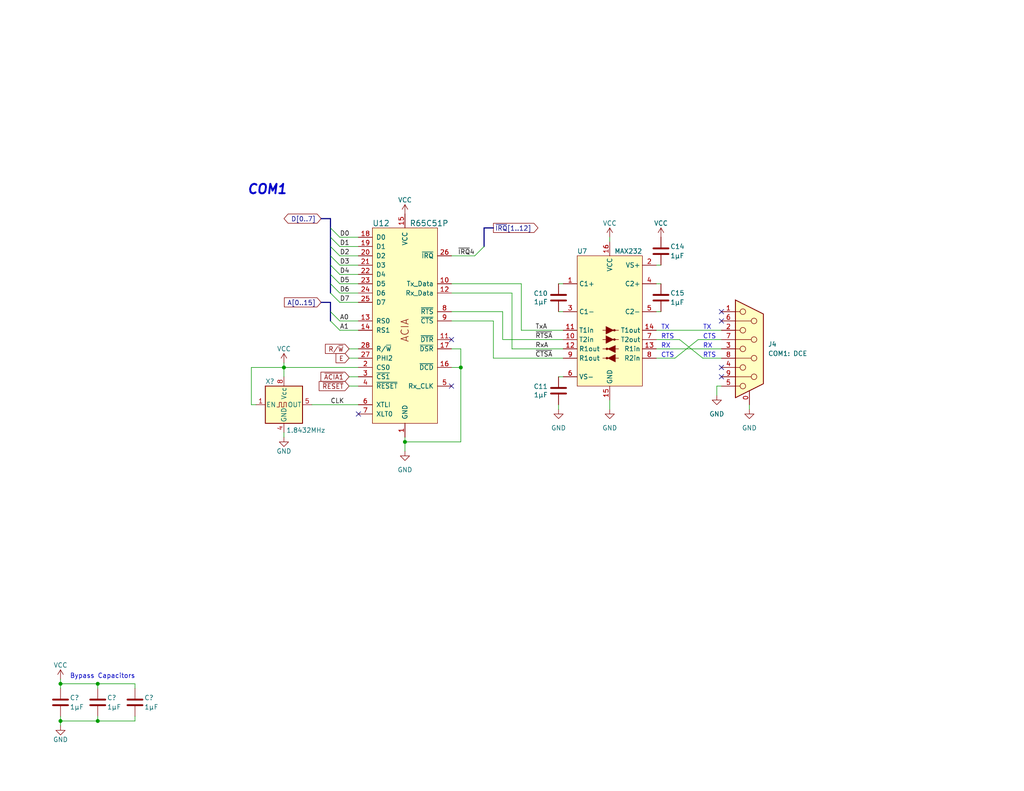
<source format=kicad_sch>
(kicad_sch (version 20230121) (generator eeschema)
  (paper "USLetter")
  (title_block (title "Asynchronous Communication Interface Adapter (ACIA)") (date "2024-02-18") (rev "1.0") (company "Frédéric Segard") (comment 1 "MicroHobbyist") (comment 2 "microhobbyist.com"))
  (lib_symbols
    (symbol "0_Library:MAX232"
      (property "Reference" "U" (at -7.62 0 0))
      (property "Value" "MAX232" (at 1.27 0 0))
      (symbol "MAX232_0_1"
        (rectangle (start -8.89 -1.27) (end 8.89 -36.83) (stroke (width 0.1524)) (fill (type background)))
        (circle (center -0.762 -29.21) (radius 0.254) (stroke (width 0.1524)) (fill (type outline)))
        (circle (center -0.762 -26.67) (radius 0.254) (stroke (width 0.1524)) (fill (type outline)))
        (polyline (pts (xy -1.016 -24.13) (xy -1.905 -24.13)) (stroke (width 0.1524)))
        (polyline (pts (xy -1.016 -21.59) (xy -1.905 -21.59)) (stroke (width 0.1524)))
        (polyline (pts (xy -0.508 -29.21) (xy -1.905 -29.21)) (stroke (width 0.1524)))
        (polyline (pts (xy -0.508 -26.67) (xy -1.905 -26.67)) (stroke (width 0.1524)))
        (polyline (pts (xy 1.016 -24.13) (xy 2.413 -24.13)) (stroke (width 0.1524)))
        (polyline (pts (xy 1.016 -21.59) (xy 2.413 -21.59)) (stroke (width 0.1524)))
        (polyline (pts (xy 1.524 -29.21) (xy 2.413 -29.21)) (stroke (width 0.1524)))
        (polyline (pts (xy 1.524 -26.67) (xy 2.413 -26.67)) (stroke (width 0.1524)))
        (polyline (pts (xy -1.016 -23.114) (xy 1.016 -24.13) (xy -1.016 -25.146) (xy -1.016 -23.114)) (stroke (width 0.1524)) (fill (type outline)))
        (polyline (pts (xy -1.016 -20.574) (xy -1.016 -22.606) (xy 1.016 -21.59) (xy -1.016 -20.574)) (stroke (width 0.1524)) (fill (type outline)))
        (polyline (pts (xy 1.524 -28.194) (xy 1.524 -30.226) (xy -0.508 -29.21) (xy 1.524 -28.194)) (stroke (width 0.1524)) (fill (type outline)))
        (polyline (pts (xy 1.524 -25.781) (xy 1.524 -27.686) (xy -0.508 -26.67) (xy 1.524 -25.781)) (stroke (width 0.1524)) (fill (type outline)))
        (circle (center 1.27 -24.13) (radius 0.254) (stroke (width 0.1524)) (fill (type outline)))
        (circle (center 1.27 -21.59) (radius 0.254) (stroke (width 0.1524)) (fill (type outline)))
      )
      (symbol "MAX232_1_1"
        (pin passive line (at -12.7 -8.89 0) (length 3.81) (name "C1+") (number "1"))
        (pin input line (at -12.7 -24.13 0) (length 3.81) (name "T2in") (number "10"))
        (pin input line (at -12.7 -21.59 0) (length 3.81) (name "T1in") (number "11"))
        (pin output line (at -12.7 -26.67 0) (length 3.81) (name "R1out") (number "12"))
        (pin input line (at 12.7 -26.67 180) (length 3.81) (name "R1in") (number "13"))
        (pin output line (at 12.7 -21.59 180) (length 3.81) (name "T1out") (number "14"))
        (pin power_in line (at 0 -40.64 90) (length 3.81) (name "GND") (number "15"))
        (pin power_in line (at 0 2.54 270) (length 3.81) (name "VCC") (number "16"))
        (pin power_out line (at 12.7 -3.81 180) (length 3.81) (name "VS+") (number "2"))
        (pin passive line (at -12.7 -16.51 0) (length 3.81) (name "C1-") (number "3"))
        (pin passive line (at 12.7 -8.89 180) (length 3.81) (name "C2+") (number "4"))
        (pin passive line (at 12.7 -16.51 180) (length 3.81) (name "C2-") (number "5"))
        (pin power_out line (at -12.7 -34.29 0) (length 3.81) (name "VS-") (number "6"))
        (pin output line (at 12.7 -24.13 180) (length 3.81) (name "T2out") (number "7"))
        (pin input line (at 12.7 -29.21 180) (length 3.81) (name "R2in") (number "8"))
        (pin output line (at -12.7 -29.21 0) (length 3.81) (name "R1out") (number "9"))
      )
    )
    (symbol "0_Library:R65C51" (pin_names (offset 1.016))
      (property "Reference" "U" (at -8.89 19.05 0))
      (property "Value" "R65C51P" (at 1.27 19.05 0))
      (symbol "R65C51_0_1"
        (rectangle (start -8.89 17.78) (end 8.89 -35.56) (fill (type background)))
      )
      (symbol "R65C51_1_0"
        (text "ACIA" (at 0 -10.16 900) (effects (font (size 2 2))))
      )
      (symbol "R65C51_1_1"
        (pin power_in line (at 0 -39.37 90) (length 3.81) (name "GND") (number "1"))
        (pin output line (at 12.7 2.54 180) (length 3.81) (name "Tx_Data") (number "10"))
        (pin output line (at 12.7 -12.7 180) (length 3.81) (name "~{DTR}") (number "11"))
        (pin input line (at 12.7 0 180) (length 3.81) (name "Rx_Data") (number "12"))
        (pin input line (at -12.7 -7.62 0) (length 3.81) (name "RS0") (number "13"))
        (pin input line (at -12.7 -10.16 0) (length 3.81) (name "RS1") (number "14"))
        (pin power_in line (at 0 21.59 270) (length 3.81) (name "VCC") (number "15"))
        (pin input line (at 12.7 -20.32 180) (length 3.81) (name "~{DCD}") (number "16"))
        (pin input line (at 12.7 -15.24 180) (length 3.81) (name "~{DSR}") (number "17"))
        (pin bidirectional line (at -12.7 15.24 0) (length 3.81) (name "D0") (number "18"))
        (pin bidirectional line (at -12.7 12.7 0) (length 3.81) (name "D1") (number "19"))
        (pin input line (at -12.7 -20.32 0) (length 3.81) (name "CS0") (number "2"))
        (pin bidirectional line (at -12.7 10.16 0) (length 3.81) (name "D2") (number "20"))
        (pin bidirectional line (at -12.7 7.62 0) (length 3.81) (name "D3") (number "21"))
        (pin bidirectional line (at -12.7 5.08 0) (length 3.81) (name "D4") (number "22"))
        (pin bidirectional line (at -12.7 2.54 0) (length 3.81) (name "D5") (number "23"))
        (pin bidirectional line (at -12.7 0 0) (length 3.81) (name "D6") (number "24"))
        (pin bidirectional line (at -12.7 -2.54 0) (length 3.81) (name "D7") (number "25"))
        (pin output line (at 12.7 10.16 180) (length 3.81) (name "~{IRQ}") (number "26"))
        (pin input line (at -12.7 -17.78 0) (length 3.81) (name "PHI2") (number "27"))
        (pin input line (at -12.7 -15.24 0) (length 3.81) (name "R/~{W}") (number "28"))
        (pin input line (at -12.7 -22.86 0) (length 3.81) (name "~{CS1}") (number "3"))
        (pin input line (at -12.7 -25.4 0) (length 3.81) (name "~{RESET}") (number "4"))
        (pin bidirectional line (at 12.7 -25.4 180) (length 3.81) (name "Rx_CLK") (number "5"))
        (pin input line (at -12.7 -30.48 0) (length 3.81) (name "XTLI") (number "6"))
        (pin input line (at -12.7 -33.02 0) (length 3.81) (name "XLT0") (number "7"))
        (pin output line (at 12.7 -5.08 180) (length 3.81) (name "~{RTS}") (number "8"))
        (pin input line (at 12.7 -7.62 180) (length 3.81) (name "~{CTS}") (number "9"))
      )
    )
    (symbol "Connector:DE9_Receptacle_MountingHoles" (pin_names (offset 1.016) hide)
      (property "Reference" "J" (at 0 16.51 0))
      (property "Value" "DE9_Receptacle_MountingHoles" (at 0 14.605 0))
      (symbol "DE9_Receptacle_MountingHoles_0_1"
        (circle (center -1.778 -10.16) (radius 0.762))
        (circle (center -1.778 -5.08) (radius 0.762))
        (circle (center -1.778 0) (radius 0.762))
        (circle (center -1.778 5.08) (radius 0.762))
        (circle (center -1.778 10.16) (radius 0.762))
        (polyline (pts (xy -3.81 -10.16) (xy -2.54 -10.16)))
        (polyline (pts (xy -3.81 -7.62) (xy 0.508 -7.62)))
        (polyline (pts (xy -3.81 -5.08) (xy -2.54 -5.08)))
        (polyline (pts (xy -3.81 -2.54) (xy 0.508 -2.54)))
        (polyline (pts (xy -3.81 0) (xy -2.54 0)))
        (polyline (pts (xy -3.81 2.54) (xy 0.508 2.54)))
        (polyline (pts (xy -3.81 5.08) (xy -2.54 5.08)))
        (polyline (pts (xy -3.81 7.62) (xy 0.508 7.62)))
        (polyline (pts (xy -3.81 10.16) (xy -2.54 10.16)))
        (polyline (pts (xy -3.81 13.335) (xy -3.81 -13.335) (xy 3.81 -9.525) (xy 3.81 9.525) (xy -3.81 13.335)) (stroke (width 0.254)) (fill (type background)))
        (circle (center 1.27 -7.62) (radius 0.762))
        (circle (center 1.27 -2.54) (radius 0.762))
        (circle (center 1.27 2.54) (radius 0.762))
        (circle (center 1.27 7.62) (radius 0.762))
      )
      (symbol "DE9_Receptacle_MountingHoles_1_1"
        (pin passive line (at 0 -15.24 90) (length 3.81) (name "PAD") (number "0"))
        (pin passive line (at -7.62 10.16 0) (length 3.81) (name "1") (number "1"))
        (pin passive line (at -7.62 5.08 0) (length 3.81) (name "2") (number "2"))
        (pin passive line (at -7.62 0 0) (length 3.81) (name "3") (number "3"))
        (pin passive line (at -7.62 -5.08 0) (length 3.81) (name "4") (number "4"))
        (pin passive line (at -7.62 -10.16 0) (length 3.81) (name "5") (number "5"))
        (pin passive line (at -7.62 7.62 0) (length 3.81) (name "6") (number "6"))
        (pin passive line (at -7.62 2.54 0) (length 3.81) (name "7") (number "7"))
        (pin passive line (at -7.62 -2.54 0) (length 3.81) (name "8") (number "8"))
        (pin passive line (at -7.62 -7.62 0) (length 3.81) (name "9") (number "9"))
      )
    )
    (symbol "Device:C" (pin_numbers hide) (pin_names (offset 0.254))
      (property "Reference" "C" (at 0.635 2.54 0))
      (property "Value" "C" (at 0.635 -2.54 0))
      (symbol "C_0_1"
        (polyline (pts (xy -2.032 -0.762) (xy 2.032 -0.762)) (stroke (width 0.508)))
        (polyline (pts (xy -2.032 0.762) (xy 2.032 0.762)) (stroke (width 0.508)))
      )
      (symbol "C_1_1"
        (pin passive line (at 0 3.81 270) (length 2.794) (name "~") (number "1"))
        (pin passive line (at 0 -3.81 90) (length 2.794) (name "~") (number "2"))
      )
    )
    (symbol "GND_1" (power) (pin_names (offset 0))
      (property "Value" "GND_1" (at 0 -3.81 0))
      (symbol "GND_1_0_1"
        (polyline (pts (xy 0 0) (xy 0 -1.27) (xy 1.27 -1.27) (xy 0 -2.54) (xy -1.27 -1.27) (xy 0 -1.27)))
      )
      (symbol "GND_1_1_1"
        (pin power_in line (at 0 0 270) (length 0) hide (name "GND") (number "1"))
      )
    )
    (symbol "Oscillator:CXO_DIP8" (pin_names (offset 0.254))
      (property "Reference" "X" (at -5.08 6.35 0))
      (property "Value" "CXO_DIP8" (at 1.27 -6.35 0))
      (symbol "CXO_DIP8_0_1"
        (rectangle (start -5.08 5.08) (end 5.08 -5.08) (stroke (width 0.254)) (fill (type background)))
        (polyline (pts (xy -1.905 -0.635) (xy -1.27 -0.635) (xy -1.27 0.635) (xy -0.635 0.635) (xy -0.635 -0.635) (xy 0 -0.635) (xy 0 0.635) (xy 0.635 0.635) (xy 0.635 -0.635)))
      )
      (symbol "CXO_DIP8_1_1"
        (pin input line (at -7.62 0 0) (length 2.54) (name "EN") (number "1"))
        (pin power_in line (at 0 -7.62 90) (length 2.54) (name "GND") (number "4"))
        (pin output line (at 7.62 0 180) (length 2.54) (name "OUT") (number "5"))
        (pin power_in line (at 0 7.62 270) (length 2.54) (name "Vcc") (number "8"))
      )
    )
    (symbol "power:GND" (power) (pin_names (offset 0))
      (property "Value" "GND" (at 0 -3.81 0))
      (symbol "GND_0_1"
        (polyline (pts (xy 0 0) (xy 0 -1.27) (xy 1.27 -1.27) (xy 0 -2.54) (xy -1.27 -1.27) (xy 0 -1.27)))
      )
      (symbol "GND_1_1"
        (pin power_in line (at 0 0 270) (length 0) hide (name "GND") (number "1"))
      )
    )
    (symbol "power:VCC" (power) (pin_names (offset 0))
      (property "Value" "VCC" (at 0 3.81 0))
      (symbol "VCC_0_1"
        (polyline (pts (xy -0.762 1.27) (xy 0 2.54)))
        (polyline (pts (xy 0 0) (xy 0 2.54)))
        (polyline (pts (xy 0 2.54) (xy 0.762 1.27)))
      )
      (symbol "VCC_1_1"
        (pin power_in line (at 0 0 90) (length 0) hide (name "VCC") (number "1"))
      )
    )
  )
  (junction (at 26.67 196.85))
  (junction (at 26.67 186.69))
  (junction (at 16.51 196.85))
  (junction (at 16.51 186.69))
  (junction (at 77.47 100.33))
  (junction (at 125.73 100.33))
  (junction (at 110.49 120.65))
  (no_connect (at 196.85 100.33))
  (no_connect (at 196.85 87.63))
  (no_connect (at 97.79 113.03))
  (no_connect (at 123.19 105.41))
  (no_connect (at 196.85 102.87))
  (no_connect (at 196.85 85.09))
  (no_connect (at 123.19 92.71))
  (bus_entry (at 90.17 77.47) (size 2.54 2.54))
  (bus_entry (at 129.54 69.85) (size 2.54 -2.54))
  (bus_entry (at 90.17 62.23) (size 2.54 2.54))
  (bus_entry (at 90.17 85.09) (size 2.54 2.54))
  (bus_entry (at 90.17 74.93) (size 2.54 2.54))
  (bus_entry (at 90.17 64.77) (size 2.54 2.54))
  (bus_entry (at 90.17 87.63) (size 2.54 2.54))
  (bus_entry (at 90.17 69.85) (size 2.54 2.54))
  (bus_entry (at 90.17 67.31) (size 2.54 2.54))
  (bus_entry (at 90.17 72.39) (size 2.54 2.54))
  (bus_entry (at 90.17 80.01) (size 2.54 2.54))
  (wire (pts (xy 77.47 100.33) (xy 97.79 100.33)))
  (wire (pts (xy 153.67 90.17) (xy 142.24 90.17)))
  (bus (pts (xy 87.63 59.69) (xy 90.17 59.69)))
  (wire (pts (xy 36.83 195.58) (xy 36.83 196.85)))
  (wire (pts (xy 196.85 97.79) (xy 191.77 97.79)))
  (wire (pts (xy 142.24 90.17) (xy 142.24 77.47)))
  (wire (pts (xy 26.67 195.58) (xy 26.67 196.85)))
  (wire (pts (xy 134.62 87.63) (xy 123.19 87.63)))
  (wire (pts (xy 123.19 100.33) (xy 125.73 100.33)))
  (wire (pts (xy 125.73 100.33) (xy 125.73 120.65)))
  (bus (pts (xy 90.17 77.47) (xy 90.17 74.93)))
  (wire (pts (xy 36.83 186.69) (xy 36.83 187.96)))
  (wire (pts (xy 16.51 186.69) (xy 16.51 187.96)))
  (bus (pts (xy 90.17 62.23) (xy 90.17 59.69)))
  (wire (pts (xy 85.09 110.49) (xy 97.79 110.49)))
  (wire (pts (xy 95.25 105.41) (xy 97.79 105.41)))
  (wire (pts (xy 123.19 77.47) (xy 142.24 77.47)))
  (wire (pts (xy 68.58 100.33) (xy 77.47 100.33)))
  (wire (pts (xy 184.15 97.79) (xy 190.5 92.71)))
  (wire (pts (xy 179.07 92.71) (xy 185.42 92.71)))
  (wire (pts (xy 16.51 185.42) (xy 16.51 186.69)))
  (wire (pts (xy 77.47 99.06) (xy 77.47 100.33)))
  (wire (pts (xy 16.51 186.69) (xy 26.67 186.69)))
  (wire (pts (xy 179.07 72.39) (xy 180.34 72.39)))
  (wire (pts (xy 166.37 111.76) (xy 166.37 109.22)))
  (bus (pts (xy 90.17 64.77) (xy 90.17 62.23)))
  (wire (pts (xy 179.07 97.79) (xy 184.15 97.79)))
  (bus (pts (xy 90.17 69.85) (xy 90.17 67.31)))
  (wire (pts (xy 152.4 85.09) (xy 153.67 85.09)))
  (bus (pts (xy 132.08 62.23) (xy 134.62 62.23)))
  (bus (pts (xy 87.63 82.55) (xy 90.17 82.55)))
  (wire (pts (xy 110.49 120.65) (xy 110.49 123.19)))
  (wire (pts (xy 95.25 97.79) (xy 97.79 97.79)))
  (bus (pts (xy 90.17 85.09) (xy 90.17 82.55)))
  (bus (pts (xy 90.17 67.31) (xy 90.17 64.77)))
  (wire (pts (xy 190.5 92.71) (xy 196.85 92.71)))
  (wire (pts (xy 153.67 97.79) (xy 134.62 97.79)))
  (wire (pts (xy 95.25 102.87) (xy 97.79 102.87)))
  (wire (pts (xy 137.16 92.71) (xy 137.16 85.09)))
  (wire (pts (xy 26.67 196.85) (xy 36.83 196.85)))
  (wire (pts (xy 179.07 90.17) (xy 196.85 90.17)))
  (bus (pts (xy 132.08 67.31) (xy 132.08 62.23)))
  (wire (pts (xy 204.47 110.49) (xy 204.47 111.76)))
  (wire (pts (xy 92.71 80.01) (xy 97.79 80.01)))
  (wire (pts (xy 92.71 82.55) (xy 97.79 82.55)))
  (wire (pts (xy 152.4 102.87) (xy 153.67 102.87)))
  (bus (pts (xy 90.17 72.39) (xy 90.17 69.85)))
  (wire (pts (xy 92.71 87.63) (xy 97.79 87.63)))
  (wire (pts (xy 179.07 77.47) (xy 180.34 77.47)))
  (wire (pts (xy 92.71 74.93) (xy 97.79 74.93)))
  (wire (pts (xy 125.73 100.33) (xy 125.73 95.25)))
  (wire (pts (xy 92.71 90.17) (xy 97.79 90.17)))
  (wire (pts (xy 26.67 186.69) (xy 26.67 187.96)))
  (bus (pts (xy 90.17 85.09) (xy 90.17 87.63)))
  (wire (pts (xy 153.67 95.25) (xy 139.7 95.25)))
  (wire (pts (xy 92.71 67.31) (xy 97.79 67.31)))
  (wire (pts (xy 152.4 110.49) (xy 152.4 111.76)))
  (bus (pts (xy 90.17 74.93) (xy 90.17 72.39)))
  (wire (pts (xy 191.77 97.79) (xy 185.42 92.71)))
  (wire (pts (xy 92.71 69.85) (xy 97.79 69.85)))
  (wire (pts (xy 196.85 105.41) (xy 195.58 105.41)))
  (wire (pts (xy 139.7 80.01) (xy 123.19 80.01)))
  (wire (pts (xy 179.07 85.09) (xy 180.34 85.09)))
  (wire (pts (xy 125.73 120.65) (xy 110.49 120.65)))
  (wire (pts (xy 26.67 186.69) (xy 36.83 186.69)))
  (wire (pts (xy 137.16 85.09) (xy 123.19 85.09)))
  (wire (pts (xy 16.51 196.85) (xy 26.67 196.85)))
  (wire (pts (xy 92.71 72.39) (xy 97.79 72.39)))
  (wire (pts (xy 95.25 95.25) (xy 97.79 95.25)))
  (wire (pts (xy 125.73 95.25) (xy 123.19 95.25)))
  (wire (pts (xy 69.85 110.49) (xy 68.58 110.49)))
  (wire (pts (xy 16.51 196.85) (xy 16.51 198.12)))
  (wire (pts (xy 16.51 195.58) (xy 16.51 196.85)))
  (wire (pts (xy 77.47 119.38) (xy 77.47 118.11)))
  (wire (pts (xy 166.37 64.77) (xy 166.37 66.04)))
  (wire (pts (xy 179.07 95.25) (xy 196.85 95.25)))
  (wire (pts (xy 77.47 100.33) (xy 77.47 102.87)))
  (wire (pts (xy 152.4 77.47) (xy 153.67 77.47)))
  (bus (pts (xy 90.17 80.01) (xy 90.17 77.47)))
  (wire (pts (xy 139.7 95.25) (xy 139.7 80.01)))
  (wire (pts (xy 68.58 110.49) (xy 68.58 100.33)))
  (wire (pts (xy 195.58 105.41) (xy 195.58 107.95)))
  (wire (pts (xy 123.19 69.85) (xy 129.54 69.85)))
  (wire (pts (xy 134.62 97.79) (xy 134.62 87.63)))
  (wire (pts (xy 92.71 64.77) (xy 97.79 64.77)))
  (wire (pts (xy 92.71 77.47) (xy 97.79 77.47)))
  (wire (pts (xy 110.49 120.65) (xy 110.49 119.38)))
  (wire (pts (xy 153.67 92.71) (xy 137.16 92.71)))
  (text "COM1" (at 67.31 53.34 0) (effects (font (size 2.54 2.54) (thickness 0.508) bold italic) (justify left bottom)))
  (text "RTS" (at 180.34 92.71 0) (effects (font (size 1.27 1.27)) (justify left bottom)))
  (text "Bypass Capacitors" (at 19.05 185.42 0) (effects (font (size 1.27 1.27)) (justify left bottom)))
  (text "RTS" (at 191.77 97.79 0) (effects (font (size 1.27 1.27)) (justify left bottom)))
  (text "TX" (at 180.34 90.17 0) (effects (font (size 1.27 1.27)) (justify left bottom)))
  (text "RX" (at 191.77 95.25 0) (effects (font (size 1.27 1.27)) (justify left bottom)))
  (text "CTS" (at 180.34 97.79 0) (effects (font (size 1.27 1.27)) (justify left bottom)))
  (text "RX" (at 180.34 95.25 0) (effects (font (size 1.27 1.27)) (justify left bottom)))
  (text "CTS" (at 191.77 92.71 0) (effects (font (size 1.27 1.27)) (justify left bottom)))
  (text "TX" (at 191.77 90.17 0) (effects (font (size 1.27 1.27)) (justify left bottom)))
  (label "CLK" (at 90.17 110.49 0))
  (label "D5" (at 92.71 77.47 0))
  (label "D6" (at 92.71 80.01 0))
  (label "~{CTSA}" (at 146.05 97.79 0))
  (label "~{RTSA}" (at 146.05 92.71 0))
  (label "~{IRQ}4" (at 129.54 69.85 180))
  (label "D0" (at 92.71 64.77 0))
  (label "D4" (at 92.71 74.93 0))
  (label "A0" (at 92.71 87.63 0))
  (label "D2" (at 92.71 69.85 0))
  (label "RxA" (at 146.05 95.25 0))
  (label "D3" (at 92.71 72.39 0))
  (label "D1" (at 92.71 67.31 0))
  (label "D7" (at 92.71 82.55 0))
  (label "A1" (at 92.71 90.17 0))
  (label "TxA" (at 146.05 90.17 0))
  (global_label "~{ACIA1}" (shape input) (at 95.25 102.87 180) (property "Intersheetrefs" "${INTERSHEET_REFS}" (effects hide)))
  (global_label "A[0..15]" (shape input) (at 87.63 82.55 180) (property "Intersheetrefs" "${INTERSHEET_REFS}" (effects hide)))
  (global_label "R{slash}~{W}" (shape input) (at 95.25 95.25 180) (property "Intersheetrefs" "${INTERSHEET_REFS}" (effects hide)))
  (global_label "E" (shape input) (at 95.25 97.79 180) (property "Intersheetrefs" "${INTERSHEET_REFS}" (effects hide)))
  (global_label "~{RESET}" (shape input) (at 95.25 105.41 180) (property "Intersheetrefs" "${INTERSHEET_REFS}" (effects hide)))
  (global_label "~{IRQ}[1..12]" (shape output) (at 134.62 62.23 0) (property "Intersheetrefs" "${INTERSHEET_REFS}" (effects hide)))
  (global_label "D[0..7]" (shape bidirectional) (at 87.63 59.69 180) (property "Intersheetrefs" "${INTERSHEET_REFS}" (effects hide)))
  (symbol (lib_id "power:VCC") (at 166.37 64.77 0) (unit 1)
    (property "Reference" "#PWR056" (effects hide))
    (property "Value" "VCC" (at 166.37 60.96 0))
  )
  (symbol (lib_id "Device:C") (at 152.4 106.68 0) (mirror y) (unit 1)
    (property "Reference" "C11" (at 149.479 105.5116 0) (effects (justify left)))
    (property "Value" "1µF" (at 149.479 107.823 0) (effects (justify left)))
    (property "Footprint" "Capacitor_THT:C_Disc_D3.0mm_W1.6mm_P2.50mm" (effects hide))
    (instances (project "4 - Quad serial" (path "" (reference "C11") (unit 1))) (project "Ep4 - ACIA 1" (path "" (reference "C18") (unit 1))))
  )
  (symbol (lib_name "GND_1") (lib_id "power:GND") (at 195.58 107.95 0) (unit 1)
    (property "Reference" "#PWR?" (effects hide))
    (property "Value" "GND" (at 195.58 113.03 0))
    (instances (project "4 - Quad serial" (path "" (reference "#PWR?") (unit 1)) (path "" (reference "#PWR033") (unit 1))) (project "Ep4 - ACIA 1" (path "" (reference "#PWR059") (unit 1))))
  )
  (symbol (lib_id "Device:C") (at 26.67 191.77 0) (unit 1)
    (property "Reference" "C?" (at 29.21 190.5 0) (effects (justify left)))
    (property "Value" "1µF" (at 29.21 193.04 0) (effects (justify left)))
    (instances (project "Ep4 - ACIA 1" (path "" (reference "C?") (unit 1)) (path "" (reference "C11") (unit 1)) (path "" (reference "C25") (unit 1))))
  )
  (symbol (lib_id "Device:C") (at 152.4 81.28 0) (mirror y) (unit 1)
    (property "Reference" "C10" (at 149.479 80.1116 0) (effects (justify left)))
    (property "Value" "1µF" (at 149.479 82.423 0) (effects (justify left)))
    (property "Footprint" "Capacitor_THT:C_Disc_D3.0mm_W1.6mm_P2.50mm" (effects hide))
    (instances (project "4 - Quad serial" (path "" (reference "C10") (unit 1))) (project "Ep4 - ACIA 1" (path "" (reference "C17") (unit 1))))
  )
  (symbol (lib_id "power:VCC") (at 16.51 185.42 0) (unit 1)
    (property "Reference" "#PWR?" (effects hide))
    (property "Value" "VCC" (at 16.51 181.61 0))
    (instances (project "Ep4 - ACIA 1" (path "" (reference "#PWR?") (unit 1)) (path "" (reference "#PWR029") (unit 1)) (path "" (reference "#PWR083") (unit 1))))
  )
  (symbol (lib_id "0_Library:R65C51") (at 110.49 80.01 0) (unit 1)
    (property "Reference" "U12" (at 101.6 60.96 0) (effects (font (size 1.524 1.524)) (justify left)))
    (property "Value" "R65C51P" (at 111.76 60.96 0) (effects (font (size 1.524 1.524)) (justify left)))
    (property "Footprint" "Package_DIP:DIP-28_W15.24mm_Socket" (effects hide))
  )
  (symbol (lib_id "power:VCC") (at 110.49 58.42 0) (unit 1)
    (property "Reference" "#PWR053" (effects hide))
    (property "Value" "VCC" (at 110.49 54.61 0))
  )
  (symbol (lib_name "GND_1") (lib_id "power:GND") (at 166.37 111.76 0) (unit 1)
    (property "Reference" "#PWR?" (effects hide))
    (property "Value" "GND" (at 166.37 116.84 0))
    (instances (project "4 - Quad serial" (path "" (reference "#PWR?") (unit 1)) (path "" (reference "#PWR028") (unit 1))) (project "Ep4 - ACIA 1" (path "" (reference "#PWR057") (unit 1))))
  )
  (symbol (lib_id "Device:C") (at 180.34 81.28 0) (unit 1)
    (property "Reference" "C15" (at 182.88 80.01 0) (effects (justify left)))
    (property "Value" "1µF" (at 182.88 82.55 0) (effects (justify left)))
    (property "Footprint" "Capacitor_THT:C_Disc_D3.0mm_W1.6mm_P2.50mm" (effects hide))
    (instances (project "4 - Quad serial" (path "" (reference "C15") (unit 1))) (project "Ep4 - ACIA 1" (path "" (reference "C20") (unit 1))))
  )
  (symbol (lib_id "power:VCC") (at 180.34 64.77 0) (unit 1)
    (property "Reference" "#PWR058" (effects hide))
    (property "Value" "VCC" (at 180.34 60.96 0))
  )
  (symbol (lib_id "power:GND") (at 110.49 123.19 0) (unit 1)
    (property "Reference" "#PWR054" (effects hide))
    (property "Value" "GND" (at 110.49 128.27 0))
  )
  (symbol (lib_id "Device:C") (at 180.34 68.58 0) (unit 1)
    (property "Reference" "C14" (at 182.88 67.31 0) (effects (justify left)))
    (property "Value" "1µF" (at 182.88 69.85 0) (effects (justify left)))
    (property "Footprint" "Capacitor_THT:C_Disc_D3.0mm_W1.6mm_P2.50mm" (effects hide))
    (instances (project "4 - Quad serial" (path "" (reference "C14") (unit 1))) (project "Ep4 - ACIA 1" (path "" (reference "C19") (unit 1))))
  )
  (symbol (lib_id "0_Library:MAX232") (at 166.37 68.58 0) (unit 1)
    (property "Reference" "U7" (at 157.48 68.58 0) (effects (justify left)))
    (property "Value" "MAX232" (at 167.64 68.58 0) (effects (justify left)))
    (property "Footprint" "Package_DIP:DIP-16_W7.62mm_Socket" (effects hide))
    (property "Datasheet" "http://www.ti.com/lit/ds/symlink/max232.pdf" (effects hide))
    (instances (project "4 - Quad serial" (path "" (reference "U7") (unit 1))) (project "Ep4 - ACIA 1" (path "" (reference "U13") (unit 1))))
  )
  (symbol (lib_id "Connector:DE9_Receptacle_MountingHoles") (at 204.47 95.25 0) (unit 1)
    (property "Reference" "J4" (at 209.55 93.98 0) (effects (justify left)))
    (property "Value" "COM1: DCE" (at 209.55 96.52 0) (effects (justify left)))
    (property "Footprint" "Connector_Dsub:DSUB-9_Female_Horizontal_P2.77x2.84mm_EdgePinOffset4.94mm_Housed_MountingHolesOffset7.48mm" (effects hide))
    (property "Datasheet" " ~" (effects hide))
    (instances (project "4 - Quad serial" (path "" (reference "J4") (unit 1))) (project "Ep4 - ACIA 1" (path "" (reference "J2") (unit 1))))
  )
  (symbol (lib_id "Device:C") (at 36.83 191.77 0) (unit 1)
    (property "Reference" "C?" (at 39.37 190.5 0) (effects (justify left)))
    (property "Value" "1µF" (at 39.37 193.04 0) (effects (justify left)))
    (instances (project "Ep4 - ACIA 1" (path "" (reference "C?") (unit 1)) (path "" (reference "C12") (unit 1)) (path "" (reference "C26") (unit 1))))
  )
  (symbol (lib_id "power:VCC") (at 77.47 99.06 0) (unit 1)
    (property "Reference" "#PWR?" (effects hide))
    (property "Value" "VCC" (at 77.47 95.25 0))
    (instances (project "Ep4 - ACIA 1" (path "" (reference "#PWR?") (unit 1)) (path "" (reference "#PWR051") (unit 1))))
  )
  (symbol (lib_name "GND_1") (lib_id "power:GND") (at 204.47 111.76 0) (unit 1)
    (property "Reference" "#PWR?" (effects hide))
    (property "Value" "GND" (at 204.47 116.84 0))
    (instances (project "4 - Quad serial" (path "" (reference "#PWR?") (unit 1)) (path "" (reference "#PWR034") (unit 1))) (project "Ep4 - ACIA 1" (path "" (reference "#PWR060") (unit 1))))
  )
  (symbol (lib_id "Device:C") (at 16.51 191.77 0) (unit 1)
    (property "Reference" "C?" (at 19.05 190.5 0) (effects (justify left)))
    (property "Value" "1µF" (at 19.05 193.04 0) (effects (justify left)))
    (instances (project "Ep4 - ACIA 1" (path "" (reference "C?") (unit 1)) (path "" (reference "C10") (unit 1)) (path "" (reference "C24") (unit 1))))
  )
  (symbol (lib_id "power:GND") (at 77.47 119.38 0) (unit 1)
    (property "Reference" "#PWR?" (effects hide))
    (property "Value" "GND" (at 77.47 123.19 0))
    (instances (project "Ep4 - ACIA 1" (path "" (reference "#PWR?") (unit 1)) (path "" (reference "#PWR052") (unit 1))))
  )
  (symbol (lib_name "GND_1") (lib_id "power:GND") (at 152.4 111.76 0) (unit 1)
    (property "Reference" "#PWR?" (effects hide))
    (property "Value" "GND" (at 152.4 116.84 0))
    (instances (project "4 - Quad serial" (path "" (reference "#PWR?") (unit 1)) (path "" (reference "#PWR025") (unit 1))) (project "Ep4 - ACIA 1" (path "" (reference "#PWR055") (unit 1))))
  )
  (symbol (lib_id "Oscillator:CXO_DIP8") (at 77.47 110.49 0) (unit 1)
    (property "Reference" "X?" (at 73.66 104.14 0))
    (property "Value" "1.8432MHz" (at 78.105 117.475 0) (effects (justify left)))
    (property "Footprint" "Oscillator:Oscillator_DIP-8" (effects hide))
    (property "Datasheet" "http://cdn-reichelt.de/documents/datenblatt/B400/OSZI.pdf" (effects hide))
    (instances (project "Ep4 - ACIA 1" (path "" (reference "X?") (unit 1)) (path "" (reference "X2") (unit 1))))
  )
  (symbol (lib_id "power:GND") (at 16.51 198.12 0) (unit 1)
    (property "Reference" "#PWR?" (effects hide))
    (property "Value" "GND" (at 16.51 201.93 0))
    (instances (project "Ep4 - ACIA 1" (path "" (reference "#PWR?") (unit 1)) (path "" (reference "#PWR030") (unit 1)) (path "" (reference "#PWR084") (unit 1))))
  )
)
</source>
